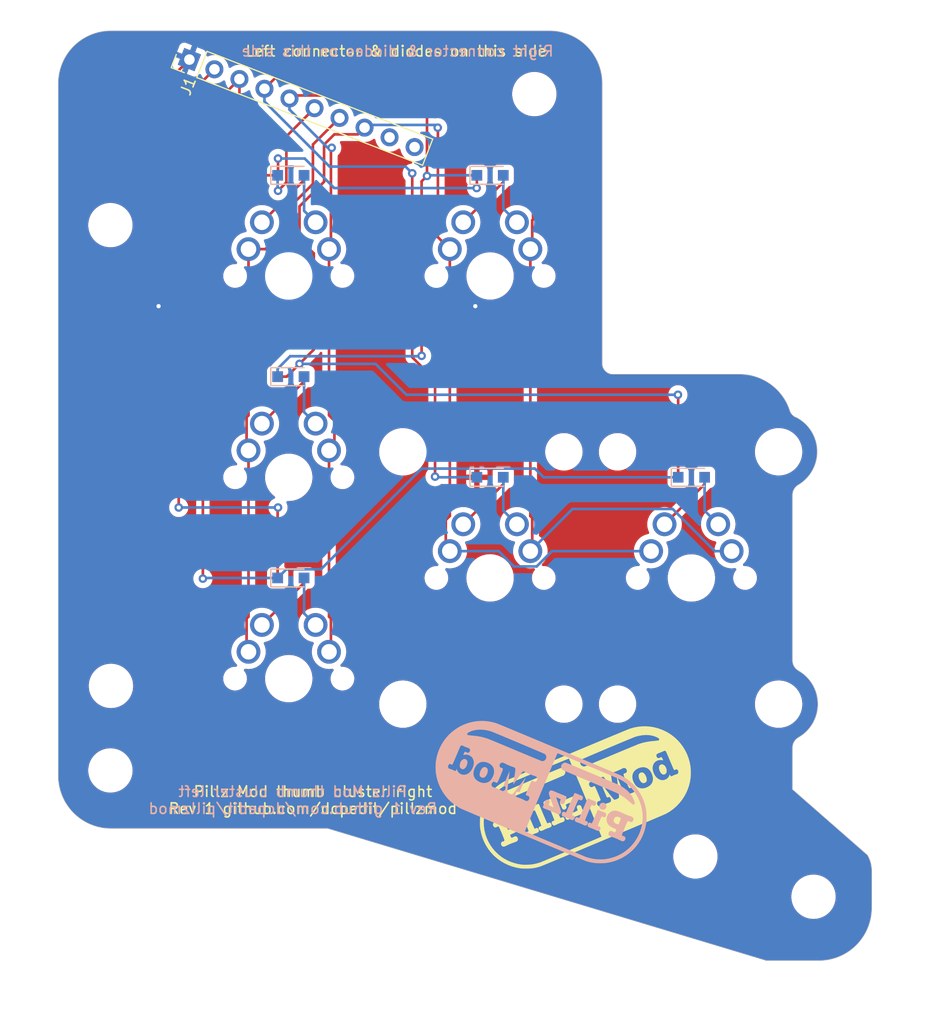
<source format=kicad_pcb>
(kicad_pcb (version 20221018) (generator pcbnew)
  (layers (0 "F.Cu" signal) (31 "B.Cu" signal) (34 "B.Paste" user) (35 "F.Paste" user) (36 "B.SilkS" user "B.Silkscreen") (37 "F.SilkS" user "F.Silkscreen") (38 "B.Mask" user) (39 "F.Mask" user) (44 "Edge.Cuts" user))
  (net 0 "")
  (net 1 "Net-(D1-A)")
  (net 2 "/ROW_5")
  (net 3 "Net-(D2-A)")
  (net 4 "/ROW_4")
  (net 5 "Net-(D3-A)")
  (net 6 "Net-(D4-A)")
  (net 7 "Net-(D5-A)")
  (net 8 "Net-(D6-A)")
  (net 9 "/ROW_2")
  (net 10 "Net-(D7-A)")
  (net 11 "/ROW_9")
  (net 12 "Net-(D8-A)")
  (net 13 "Net-(D9-A)")
  (net 14 "Net-(D10-A)")
  (net 15 "Net-(D11-A)")
  (net 16 "Net-(D12-A)")
  (net 19 "/COL_R5")
  (net 20 "/COL_L5")
  (net 21 "/COL_L6")
  (net 22 "/COL_R6")
  (footprint "Diode_SMD:D_SOD-323_HandSoldering" (layer "F.Cu") (at 225.425 68.2625)
    (fp_text reference "D3" hide)
    (fp_text value "D")
    (pad "1" smd rect (at -1.25 0) (size 1 1) (layers "F.Cu" "F.Paste" "F.Mask") (net 19 "/COL_R5"))
    (pad "2" smd rect (at 1.25 0) (size 1 1) (layers "F.Cu" "F.Paste" "F.Mask") (net 5 "Net-(D3-A)"))
  )
  (footprint "Diode_SMD:D_SOD-323_HandSoldering" (layer "F.Cu") (at 206.375 68.2625)
    (fp_text reference "D2" hide)
    (fp_text value "D")
    (pad "1" smd rect (at -1.25 0) (size 1 1) (layers "F.Cu" "F.Paste" "F.Mask") (net 4 "/ROW_4"))
    (pad "2" smd rect (at 1.25 0) (size 1 1) (layers "F.Cu" "F.Paste" "F.Mask") (net 3 "Net-(D2-A)"))
  )
  (footprint "Diode_SMD:D_SOD-323_HandSoldering" (layer "F.Cu") (at 187.524 39.6875)
    (fp_text reference "D4" hide)
    (fp_text value "D")
    (pad "1" smd rect (at -1.25 0) (size 1 1) (layers "F.Cu" "F.Paste" "F.Mask") (net 2 "/ROW_5"))
    (pad "2" smd rect (at 1.25 0) (size 1 1) (layers "F.Cu" "F.Paste" "F.Mask") (net 6 "Net-(D4-A)"))
  )
  (footprint "Diode_SMD:D_SOD-323_HandSoldering" (layer "F.Cu") (at 187.524 58.7375)
    (fp_text reference "D5" hide)
    (fp_text value "D")
    (pad "1" smd rect (at -1.25 0) (size 1 1) (layers "F.Cu" "F.Paste" "F.Mask") (net 19 "/COL_R5"))
    (pad "2" smd rect (at 1.25 0) (size 1 1) (layers "F.Cu" "F.Paste" "F.Mask") (net 7 "Net-(D5-A)"))
  )
  (footprint "Diode_SMD:D_SOD-323_HandSoldering" (layer "F.Cu") (at 187.524 77.7875)
    (fp_text reference "D6" hide)
    (fp_text value "D")
    (pad "1" smd rect (at -1.25 0) (size 1 1) (layers "F.Cu" "F.Paste" "F.Mask") (net 9 "/ROW_2"))
    (pad "2" smd rect (at 1.25 0) (size 1 1) (layers "F.Cu" "F.Paste" "F.Mask") (net 8 "Net-(D6-A)"))
  )
  (footprint "MX_Alps_Hybrid:MXOnly-1U-NoLED" (layer "F.Cu") (at 206.375 49.2125)
    (fp_text reference "MX85")
    (fp_text value "MX-NoLED")
    (pad "" np_thru_hole circle (at -5.08 0 48.0996) (size 1.75 1.75) (drill 1.75) (layers "*.Cu" "*.Mask"))
    (pad "" np_thru_hole circle (at 0 0) (size 3.9878 3.9878) (drill 3.9878) (layers "*.Cu" "*.Mask"))
    (pad "" np_thru_hole circle (at 5.08 0 48.0996) (size 1.75 1.75) (drill 1.75) (layers "*.Cu" "*.Mask"))
    (pad "1" thru_hole circle (at -3.81 -2.54) (size 2.25 2.25) (drill 1.47) (layers "*.Cu" "B.Mask") (net 19 "/COL_R5"))
    (pad "2" thru_hole circle (at 2.54 -5.08) (size 2.25 2.25) (drill 1.47) (layers "*.Cu" "B.Mask") (net 14 "Net-(D10-A)"))
  )
  (footprint "MX_Alps_Hybrid:MXOnly-1U-NoLED" (layer "F.Cu") (at 187.325 49.2125)
    (fp_text reference "MX96")
    (fp_text value "MX-NoLED")
    (pad "" np_thru_hole circle (at -5.08 0 48.0996) (size 1.75 1.75) (drill 1.75) (layers "*.Cu" "*.Mask"))
    (pad "" np_thru_hole circle (at 0 0) (size 3.9878 3.9878) (drill 3.9878) (layers "*.Cu" "*.Mask"))
    (pad "" np_thru_hole circle (at 5.08 0 48.0996) (size 1.75 1.75) (drill 1.75) (layers "*.Cu" "*.Mask"))
    (pad "1" thru_hole circle (at -3.81 -2.54) (size 2.25 2.25) (drill 1.47) (layers "*.Cu" "B.Mask") (net 22 "/COL_R6"))
    (pad "2" thru_hole circle (at 2.54 -5.08) (size 2.25 2.25) (drill 1.47) (layers "*.Cu" "B.Mask") (net 10 "Net-(D7-A)"))
  )
  (footprint "MX_Alps_Hybrid:MXOnly-1U-NoLED" (layer "F.Cu") (at 187.325 68.2625)
    (fp_text reference "MX86")
    (fp_text value "MX-NoLED")
    (pad "" np_thru_hole circle (at -5.08 0 48.0996) (size 1.75 1.75) (drill 1.75) (layers "*.Cu" "*.Mask"))
    (pad "" np_thru_hole circle (at 0 0) (size 3.9878 3.9878) (drill 3.9878) (layers "*.Cu" "*.Mask"))
    (pad "" np_thru_hole circle (at 5.08 0 48.0996) (size 1.75 1.75) (drill 1.75) (layers "*.Cu" "*.Mask"))
    (pad "1" thru_hole circle (at -3.81 -2.54) (size 2.25 2.25) (drill 1.47) (layers "*.Cu" "B.Mask") (net 22 "/COL_R6"))
    (pad "2" thru_hole circle (at 2.54 -5.08) (size 2.25 2.25) (drill 1.47) (layers "*.Cu" "B.Mask") (net 12 "Net-(D8-A)"))
  )
  (footprint "MX_Alps_Hybrid:MXOnly-1U-NoLED" (layer "F.Cu") (at 187.325 87.3125)
    (fp_text reference "MX66")
    (fp_text value "MX-NoLED")
    (pad "" np_thru_hole circle (at -5.08 0 48.0996) (size 1.75 1.75) (drill 1.75) (layers "*.Cu" "*.Mask"))
    (pad "" np_thru_hole circle (at 0 0) (size 3.9878 3.9878) (drill 3.9878) (layers "*.Cu" "*.Mask"))
    (pad "" np_thru_hole circle (at 5.08 0 48.0996) (size 1.75 1.75) (drill 1.75) (layers "*.Cu" "*.Mask"))
    (pad "1" thru_hole circle (at -3.81 -2.54) (size 2.25 2.25) (drill 1.47) (layers "*.Cu" "B.Mask") (net 22 "/COL_R6"))
    (pad "2" thru_hole circle (at 2.54 -5.08) (size 2.25 2.25) (drill 1.47) (layers "*.Cu" "B.Mask") (net 13 "Net-(D9-A)"))
  )
  (footprint "MX_Only:MXOnly-2U-ReversedVerticalStabilizers-NoLED" (layer "F.Cu") (at 206.375 77.7875)
    (fp_text reference "MX75")
    (fp_text value "MX-NoLED" hide)
    (pad "" np_thru_hole circle (at -8.255 -11.938 90) (size 3.9878 3.9878) (drill 3.9878) (layers "*.Cu" "*.Mask"))
    (pad "" np_thru_hole circle (at -8.255 11.938 90) (size 3.9878 3.9878) (drill 3.9878) (layers "*.Cu" "*.Mask"))
    (pad "" np_thru_hole circle (at -5.08 0 48.0996) (size 1.75 1.75) (drill 1.75) (layers "*.Cu" "*.Mask"))
    (pad "" np_thru_hole circle (at 0 0) (size 3.9878 3.9878) (drill 3.9878) (layers "*.Cu" "*.Mask"))
    (pad "" np_thru_hole circle (at 5.08 0 48.0996) (size 1.75 1.75) (drill 1.75) (layers "*.Cu" "*.Mask"))
    (pad "" np_thru_hole circle (at 6.985 -11.938 180) (size 3.048 3.048) (drill 3.048) (layers "*.Cu" "*.Mask"))
    (pad "" np_thru_hole circle (at 6.985 11.938 90) (size 3.048 3.048) (drill 3.048) (layers "*.Cu" "*.Mask"))
    (pad "1" thru_hole circle (at -3.81 -2.54) (size 2.25 2.25) (drill 1.47) (layers "*.Cu" "B.Mask") (net 19 "/COL_R5"))
    (pad "2" thru_hole circle (at 2.54 -5.08) (size 2.25 2.25) (drill 1.47) (layers "*.Cu" "B.Mask") (net 15 "Net-(D11-A)"))
  )
  (footprint "MX_Only:MXOnly-2U-VerticalStabilizers-NoLED" (layer "F.Cu") (at 225.425 77.7875)
    (fp_text reference "MX65")
    (fp_text value "MX-NoLED" hide)
    (pad "" np_thru_hole circle (at -6.985 -11.938 180) (size 3.048 3.048) (drill 3.048) (layers "*.Cu" "*.Mask"))
    (pad "" np_thru_hole circle (at -6.985 11.938 90) (size 3.048 3.048) (drill 3.048) (layers "*.Cu" "*.Mask"))
    (pad "" np_thru_hole circle (at -5.08 0 48.0996) (size 1.75 1.75) (drill 1.75) (layers "*.Cu" "*.Mask"))
    (pad "" np_thru_hole circle (at 0 0) (size 3.9878 3.9878) (drill 3.9878) (layers "*.Cu" "*.Mask"))
    (pad "" np_thru_hole circle (at 5.08 0 48.0996) (size 1.75 1.75) (drill 1.75) (layers "*.Cu" "*.Mask"))
    (pad "" np_thru_hole circle (at 8.255 -11.938 90) (size 3.9878 3.9878) (drill 3.9878) (layers "*.Cu" "*.Mask"))
    (pad "" np_thru_hole circle (at 8.255 11.938 90) (size 3.9878 3.9878) (drill 3.9878) (layers "*.Cu" "*.Mask"))
    (pad "1" thru_hole circle (at -3.81 -2.54) (size 2.25 2.25) (drill 1.47) (layers "*.Cu" "B.Mask") (net 19 "/COL_R5"))
    (pad "2" thru_hole circle (at 2.54 -5.08) (size 2.25 2.25) (drill 1.47) (layers "*.Cu" "B.Mask") (net 16 "Net-(D12-A)"))
  )
  (footprint "pillz:logo_sm" (layer "F.Cu") (at 215.392 98.552)
    (fp_text reference "G***" hide)
    (fp_text value "LOGO" hide)
  )
  (footprint "Pin_Headers:Pin_Header_Straight_1x10_Pitch2.54mm" (layer "F.Cu") (at 177.922804 28.738462 68.769)
    (fp_text reference "J1" (at -2.38125 0.79375 68.769) (layer "F.SilkS"))
    (fp_text value "Conn_01x10" hide)
    (pad "1" thru_hole rect (at 0 0 68.769) (size 1.7 1.7) (drill 1) (layers "*.Cu" "*.Mask") (net 4 "/ROW_4"))
    (pad "2" thru_hole oval (at 0 2.54 68.769) (size 1.7 1.7) (drill 1) (layers "*.Cu" "*.Mask") (net 9 "/ROW_2"))
    (pad "3" thru_hole oval (at 0 5.08 68.769) (size 1.7 1.7) (drill 1) (layers "*.Cu" "*.Mask") (net 2 "/ROW_5"))
    (pad "4" thru_hole oval (at 0 7.62 68.769) (size 1.7 1.7) (drill 1) (layers "*.Cu" "*.Mask") (net 21 "/COL_L6"))
    (pad "5" thru_hole oval (at 0 10.16 68.769) (size 1.7 1.7) (drill 1) (layers "*.Cu" "*.Mask") (net 20 "/COL_L5"))
    (pad "6" thru_hole oval (at 0 12.7 68.769) (size 1.7 1.7) (drill 1) (layers "*.Cu" "*.Mask") (net 11 "/ROW_9"))
    (pad "7" thru_hole oval (at 0 15.24 68.769) (size 1.7 1.7) (drill 1) (layers "*.Cu" "*.Mask") (net 22 "/COL_R6"))
    (pad "8" thru_hole oval (at 0 17.78 68.769) (size 1.7 1.7) (drill 1) (layers "*.Cu" "*.Mask") (net 19 "/COL_R5"))
    (pad "9" thru_hole oval (at 0 20.32 68.769) (size 1.7 1.7) (drill 1) (layers "*.Cu" "*.Mask"))
    (pad "10" thru_hole oval (at 0 22.86 68.769) (size 1.7 1.7) (drill 1) (layers "*.Cu" "*.Mask"))
  )
  (footprint "Diode_SMD:D_SOD-323_HandSoldering" (layer "F.Cu") (at 206.375 39.6875)
    (fp_text reference "D1" hide)
    (fp_text value "D")
    (pad "1" smd rect (at -1.25 0) (size 1 1) (layers "F.Cu" "F.Paste" "F.Mask") (net 2 "/ROW_5"))
    (pad "2" smd rect (at 1.25 0) (size 1 1) (layers "F.Cu" "F.Paste" "F.Mask") (net 1 "Net-(D1-A)"))
  )
  (footprint "MountingHole:MountingHole_3.7mm" (layer "B.Cu") (at 170.45 96 180)
    (fp_text reference "REF5" hide)
    (fp_text value "MountingHole_3.7mm" hide)
    (pad "" np_thru_hole circle (at 0 0 180) (size 3.7 3.7) (drill 3.7) (layers "*.Cu" "*.Mask"))
  )
  (footprint "MountingHole:MountingHole_3.7mm" (layer "B.Cu") (at 170.45 44.4 180)
    (fp_text reference "REF1" hide)
    (fp_text value "MountingHole_3.7mm" hide)
    (pad "" np_thru_hole circle (at 0 0 180) (size 3.7 3.7) (drill 3.7) (layers "*.Cu" "*.Mask"))
  )
  (footprint "MountingHole:MountingHole_3.7mm" (layer "B.Cu") (at 225.806 104.14 180)
    (fp_text reference "REF3" hide)
    (fp_text value "MountingHole_3.7mm" hide)
    (pad "" np_thru_hole circle (at 0 0 180) (size 3.7 3.7) (drill 3.7) (layers "*.Cu" "*.Mask"))
  )
  (footprint "MountingHole:MountingHole_3.7mm" (layer "B.Cu") (at 170.5 88 180)
    (fp_text reference "REF6" hide)
    (fp_text value "MountingHole_3.7mm" hide)
    (pad "" np_thru_hole circle (at 0 0 180) (size 3.7 3.7) (drill 3.7) (layers "*.Cu" "*.Mask"))
  )
  (footprint "MountingHole:MountingHole_3.7mm" (layer "B.Cu") (at 210.566 32.004 180)
    (fp_text reference "REF2" hide)
    (fp_text value "MountingHole_3.7mm")
    (pad "" np_thru_hole circle (at 0 0 180) (size 3.7 3.7) (drill 3.7) (layers "*.Cu" "*.Mask"))
  )
  (footprint "MountingHole:MountingHole_3.7mm" (layer "B.Cu") (at 236.982 107.95 180)
    (fp_text reference "REF4" hide)
    (fp_text value "MountingHole_3.7mm" hide)
    (pad "" np_thru_hole circle (at 0 0 180) (size 3.7 3.7) (drill 3.7) (layers "*.Cu" "*.Mask"))
  )
  (footprint "Diode_SMD:D_SOD-323_HandSoldering" (layer "B.Cu") (at 225.425 68.2625)
    (fp_text reference "D12" hide)
    (fp_text value "D")
    (pad "1" smd rect (at -1.25 0) (size 1 1) (layers "B.Cu" "B.Paste" "B.Mask") (net 2 "/ROW_5"))
    (pad "2" smd rect (at 1.25 0) (size 1 1) (layers "B.Cu" "B.Paste" "B.Mask") (net 16 "Net-(D12-A)"))
  )
  (footprint "Diode_SMD:D_SOD-323_HandSoldering" (layer "B.Cu") (at 206.375 68.2625)
    (fp_text reference "D11" hide)
    (fp_text value "D")
    (pad "1" smd rect (at -1.25 0) (size 1 1) (layers "B.Cu" "B.Paste" "B.Mask") (net 21 "/COL_L6"))
    (pad "2" smd rect (at 1.25 0) (size 1 1) (layers "B.Cu" "B.Paste" "B.Mask") (net 15 "Net-(D11-A)"))
  )
  (footprint "Diode_SMD:D_SOD-323_HandSoldering" (layer "B.Cu") (at 206.375 39.6875)
    (fp_text reference "D10" hide)
    (fp_text value "D" hide)
    (pad "1" smd rect (at -1.25 0) (size 1 1) (layers "B.Cu" "B.Paste" "B.Mask") (net 20 "/COL_L5"))
    (pad "2" smd rect (at 1.25 0) (size 1 1) (layers "B.Cu" "B.Paste" "B.Mask") (net 14 "Net-(D10-A)"))
  )
  (footprint "Diode_SMD:D_SOD-323_HandSoldering" (layer "B.Cu") (at 187.524 39.6875)
    (fp_text reference "D7" hide)
    (fp_text value "D" hide)
    (pad "1" smd rect (at -1.25 0) (size 1 1) (layers "B.Cu" "B.Paste" "B.Mask") (net 11 "/ROW_9"))
    (pad "2" smd rect (at 1.25 0) (size 1 1) (layers "B.Cu" "B.Paste" "B.Mask") (net 10 "Net-(D7-A)"))
  )
  (footprint "Diode_SMD:D_SOD-323_HandSoldering" (layer "B.Cu") (at 187.524 58.7375)
    (fp_text reference "D8" hide)
    (fp_text value "D")
    (pad "1" smd rect (at -1.25 0) (size 1 1) (layers "B.Cu" "B.Paste" "B.Mask") (net 20 "/COL_L5"))
    (pad "2" smd rect (at 1.25 0) (size 1 1) (layers "B.Cu" "B.Paste" "B.Mask") (net 12 "Net-(D8-A)"))
  )
  (footprint "Diode_SMD:D_SOD-323_HandSoldering" (layer "B.Cu") (at 187.524 77.7875)
    (fp_text reference "D9" hide)
    (fp_text value "D")
    (pad "1" smd rect (at -1.25 0) (size 1 1) (layers "B.Cu" "B.Paste" "B.Mask") (net 2 "/ROW_5"))
    (pad "2" smd rect (at 1.25 0) (size 1 1) (layers "B.Cu" "B.Paste" "B.Mask") (net 13 "Net-(D9-A)"))
  )
  (footprint "pillz:MXOnly-1U-NoLED-twin" (layer "B.Cu") (at 187.325 68.2625 180)
    (fp_text reference "MX35")
    (fp_text value "MX-NoLED")
    (pad "1" thru_hole circle (at -3.81 2.54 180) (size 2.25 2.25) (drill 1.47) (layers "*.Cu" "F.Mask") (net 20 "/COL_L5"))
    (pad "2" thru_hole circle (at 2.54 5.08 180) (size 2.25 2.25) (drill 1.47) (layers "*.Cu" "F.Mask") (net 7 "Net-(D5-A)"))
  )
  (footprint "pillz:MXOnly-2U-VerticalStabilizers-NoLED-twin" (layer "B.Cu") (at 225.425 77.7875 180)
    (fp_text reference "MX36")
    (fp_text value "MX-NoLED" hide)
    (pad "1" thru_hole circle (at -3.81 2.54 180) (size 2.25 2.25) (drill 1.47) (layers "*.Cu" "F.Mask") (net 21 "/COL_L6"))
    (pad "2" thru_hole circle (at 2.54 5.08 180) (size 2.25 2.25) (drill 1.47) (layers "*.Cu" "F.Mask") (net 5 "Net-(D3-A)"))
  )
  (footprint "pillz:MXOnly-2U-VerticalStabilizers-NoLED-twin" (layer "B.Cu") (at 206.375 77.7875 180)
    (fp_text reference "MX46")
    (fp_text value "MX-NoLED" hide)
    (pad "1" thru_hole circle (at -3.81 2.54 180) (size 2.25 2.25) (drill 1.47) (layers "*.Cu" "F.Mask") (net 21 "/COL_L6"))
    (pad "2" thru_hole circle (at 2.54 5.08 180) (size 2.25 2.25) (drill 1.47) (layers "*.Cu" "F.Mask") (net 3 "Net-(D2-A)"))
  )
  (footprint "pillz:MXOnly-1U-NoLED-twin" (layer "B.Cu") (at 206.375 49.2125 180)
    (fp_text reference "MX56")
    (fp_text value "MX-NoLED")
    (pad "1" thru_hole circle (at -3.81 2.54 180) (size 2.25 2.25) (drill 1.47) (layers "*.Cu" "F.Mask") (net 21 "/COL_L6"))
    (pad "2" thru_hole circle (at 2.54 5.08 180) (size 2.25 2.25) (drill 1.47) (layers "*.Cu" "F.Mask") (net 1 "Net-(D1-A)"))
  )
  (footprint "pillz:MXOnly-1U-NoLED-twin" (layer "B.Cu") (at 187.325 49.2125 180)
    (fp_text reference "MX55")
    (fp_text value "MX-NoLED")
    (pad "1" thru_hole circle (at -3.81 2.54 180) (size 2.25 2.25) (drill 1.47) (layers "*.Cu" "F.Mask") (net 20 "/COL_L5"))
    (pad "2" thru_hole circle (at 2.54 5.08 180) (size 2.25 2.25) (drill 1.47) (layers "*.Cu" "F.Mask") (net 6 "Net-(D4-A)"))
  )
  (footprint "pillz:logo_sm" (layer "B.Cu") (at 211.201 98.044 180)
    (fp_text reference "G***" hide)
    (fp_text value "LOGO" hide)
  )
  (footprint "pillz:MXOnly-1U-NoLED-twin" (layer "B.Cu") (at 187.325 87.3125 180)
    (fp_text reference "MX25")
    (fp_text value "MX-NoLED")
    (pad "1" thru_hole circle (at -3.81 2.54 180) (size 2.25 2.25) (drill 1.47) (layers "*.Cu" "F.Mask") (net 20 "/COL_L5"))
    (pad "2" thru_hole circle (at 2.54 5.08 180) (size 2.25 2.25) (drill 1.47) (layers "*.Cu" "F.Mask") (net 8 "Net-(D6-A)"))
  )
  (gr_line (start 191 101.5) (end 232.5 114) (stroke (width 0.05)) (layer "Edge.Cuts"))
  (gr_line (start 235 97.79) (end 242.102333 104.007398) (stroke (width 0.05)) (layer "Edge.Cuts"))
  (gr_line (start 170.5 26) (end 212 26) (stroke (width 0.05)) (layer "Edge.Cuts"))
  (gr_line (start 165.5 31) (end 165.5 96.5) (stroke (width 0.05)) (layer "Edge.Cuts"))
  (gr_arc (start 218 58.5) (mid 217.292893 58.207107) (end 217 57.5) (stroke (width 0.05)) (layer "Edge.Cuts"))
  (gr_line (start 217 31) (end 217 57.5) (stroke (width 0.05)) (layer "Edge.Cuts"))
  (gr_line (start 218 58.5) (end 230 58.5) (stroke (width 0.05)) (layer "Edge.Cuts"))
  (gr_line (start 235 69.970668) (end 235 85.553532) (stroke (width 0.05)) (layer "Edge.Cuts"))
  (gr_arc (start 230 58.5) (mid 232.946659 59.464335) (end 234.757047 61.981325) (stroke (width 0.05)) (layer "Edge.Cuts"))
  (gr_arc (start 165.5 31) (mid 166.964466 27.464466) (end 170.5 26) (stroke (width 0.05)) (layer "Edge.Cuts"))
  (gr_arc (start 170.5 101.5) (mid 166.964466 100.035534) (end 165.5 96.5) (stroke (width 0.05)) (layer "Edge.Cuts"))
  (gr_arc (start 242.5 109) (mid 241.035534 112.535534) (end 237.5 114) (stroke (width 0.05)) (layer "Edge.Cuts"))
  (gr_arc (start 235.4072 62.611) (mid 235.007822 62.372881) (end 234.757047 61.981325) (stroke (width 0.05)) (layer "Edge.Cuts"))
  (gr_arc (start 242.102333 104.007398) (mid 242.398879 104.727666) (end 242.5 105.5) (stroke (width 0.05)) (layer "Edge.Cuts"))
  (gr_arc (start 235.585 86.5632) (mid 235.150112 86.140865) (end 235 85.553532) (stroke (width 0.05)) (layer "Edge.Cuts"))
  (gr_arc (start 235 69.970668) (mid 235.150112 69.383335) (end 235.585 68.961) (stroke (width 0.05)) (layer "Edge.Cuts"))
  (gr_line (start 237.5 114) (end 232.5 114) (stroke (width 0.05)) (layer "Edge.Cuts"))
  (gr_arc (start 235.407243 62.610923) (mid 237.337754 65.734409) (end 235.585 68.961) (stroke (width 0.05)) (layer "Edge.Cuts"))
  (gr_line (start 242.5 109) (end 242.5 105.5) (stroke (width 0.05)) (layer "Edge.Cuts"))
  (gr_line (start 170.5 101.5) (end 191 101.5) (stroke (width 0.05)) (layer "Edge.Cuts"))
  (gr_line (start 235.0008 93.8784) (end 235 97.79) (stroke (width 0.05)) (layer "Edge.Cuts"))
  (gr_arc (start 235.0008 93.8784) (mid 235.150912 93.291067) (end 235.5858 92.868732) (stroke (width 0.05)) (layer "Edge.Cuts"))
  (gr_arc (start 235.58 86.5632) (mid 237.398668 89.714295) (end 235.5858 92.868731) (stroke (width 0.05)) (layer "Edge.Cuts"))
  (gr_arc (start 212 26) (mid 215.535534 27.464466) (end 217 31) (stroke (width 0.05)) (layer "Edge.Cuts"))
  (gr_text "Pillz Mod thumb cluster left\nRev 1 github.com/dcpedit/pillzmod" (at 187.706 98.806) (layer "B.SilkS") (effects (font (size 1 1)) (justify mirror)))
  (gr_text "Right connector & diodes on this side" (at 197.612 27.94) (layer "B.SilkS") (effects (font (size 1 1)) (justify mirror)))
  (gr_text "Pillz Mod thumb cluster right\nRev 1 github.com/dcpedit/pillzmod" (at 189.611 98.806) (layer "F.SilkS") (effects (font (size 1 1))))
  (gr_text "Left connector & diodes on this side" (at 197.485 27.94) (layer "F.SilkS") (effects (font (size 1 1))))
  (segment (start 207.625 39.6875) (end 207.625 40.3425) (width 0.25) (layer "F.Cu") (net 1))
  (segment (start 207.625 40.3425) (end 203.835 44.1325) (width 0.25) (layer "F.Cu") (net 1))
  (segment (start 182.658014 37.687514) (end 184.658 39.6875) (width 0.25) (layer "F.Cu") (net 2))
  (segment (start 184.658 39.6875) (end 186.274 39.6875) (width 0.25) (layer "F.Cu") (net 2))
  (segment (start 182.658014 30.578077) (end 182.658014 37.687514) (width 0.25) (layer "F.Cu") (net 2))
  (segment (start 186.309 39.6525) (end 186.274 39.6875) (width 0.25) (layer "F.Cu") (net 2))
  (segment (start 205.125 40.874) (end 205.105 40.894) (width 0.25) (layer "F.Cu") (net 2))
  (segment (start 179.197 77.851) (end 179.197 34.039091) (width 0.25) (layer "F.Cu") (net 2))
  (segment (start 205.125 39.6875) (end 205.125 40.874) (width 0.25) (layer "F.Cu") (net 2))
  (segment (start 186.309 38.1) (end 186.309 39.6525) (width 0.25) (layer "F.Cu") (net 2))
  (segment (start 179.197 34.039091) (end 182.658014 30.578077) (width 0.25) (layer "F.Cu") (net 2))
  (via (at 186.309 38.1) (size 0.8) (drill 0.4) (layers "F.Cu" "B.Cu") (net 2))
  (via (at 205.105 40.894) (size 0.8) (drill 0.4) (layers "F.Cu" "B.Cu") (net 2))
  (via (at 179.197 77.851) (size 0.8) (drill 0.4) (layers "F.Cu" "B.Cu") (net 2))
  (segment (start 191.6305 40.894) (end 188.8365 38.1) (width 0.25) (layer "B.Cu") (net 2))
  (segment (start 190.3725 76.9625) (end 187.099 76.9625) (width 0.25) (layer "B.Cu") (net 2))
  (segment (start 186.274 77.7875) (end 179.2605 77.7875) (width 0.25) (layer "B.Cu") (net 2))
  (segment (start 187.099 76.9625) (end 186.274 77.7875) (width 0.25) (layer "B.Cu") (net 2))
  (segment (start 205.105 40.894) (end 191.6305 40.894) (width 0.25) (layer "B.Cu") (net 2))
  (segment (start 210.618604 67.4375) (end 199.8975 67.4375) (width 0.25) (layer "B.Cu") (net 2))
  (segment (start 211.443604 68.2625) (end 210.618604 67.4375) (width 0.25) (layer "B.Cu") (net 2))
  (segment (start 224.175 68.2625) (end 211.443604 68.2625) (width 0.25) (layer "B.Cu") (net 2))
  (segment (start 199.8975 67.4375) (end 190.3725 76.9625) (width 0.25) (layer "B.Cu") (net 2))
  (segment (start 179.2605 77.7875) (end 179.197 77.851) (width 0.25) (layer "B.Cu") (net 2))
  (segment (start 188.8365 38.1) (end 186.309 38.1) (width 0.25) (layer "B.Cu") (net 2))
  (segment (start 207.625 68.2625) (end 207.625 68.9175) (width 0.25) (layer "F.Cu") (net 3))
  (segment (start 207.625 68.9175) (end 203.835 72.7075) (width 0.25) (layer "F.Cu") (net 3))
  (segment (start 177.922804 28.738462) (end 175.006 31.655266) (width 0.25) (layer "F.Cu") (net 4))
  (segment (start 175.006 31.655266) (end 175.006 52.07) (width 0.25) (layer "F.Cu") (net 4))
  (segment (start 205.125 52.217) (end 204.978 52.07) (width 0.25) (layer "F.Cu") (net 4))
  (segment (start 205.125 68.2625) (end 205.125 52.217) (width 0.25) (layer "F.Cu") (net 4))
  (via (at 204.978 52.07) (size 0.8) (drill 0.4) (layers "F.Cu" "B.Cu") (net 4))
  (via (at 175.006 52.07) (size 0.8) (drill 0.4) (layers "F.Cu" "B.Cu") (net 4))
  (segment (start 183.334733 52.07) (end 175.006 52.07) (width 0.25) (layer "B.Cu") (net 4))
  (segment (start 204.978 52.07) (end 183.334733 52.07) (width 0.25) (layer "B.Cu") (net 4))
  (segment (start 226.675 68.2625) (end 226.675 68.9175) (width 0.25) (layer "F.Cu") (net 5))
  (segment (start 226.675 68.9175) (end 222.885 72.7075) (width 0.25) (layer "F.Cu") (net 5))
  (segment (start 188.774 39.6875) (end 188.774 40.1435) (width 0.25) (layer "F.Cu") (net 6))
  (segment (start 188.774 40.1435) (end 184.785 44.1325) (width 0.25) (layer "F.Cu") (net 6))
  (segment (start 188.774 59.1935) (end 184.785 63.1825) (width 0.25) (layer "F.Cu") (net 7))
  (segment (start 188.774 58.7375) (end 188.774 59.1935) (width 0.25) (layer "F.Cu") (net 7))
  (segment (start 188.774 77.7875) (end 188.774 78.2435) (width 0.25) (layer "F.Cu") (net 8))
  (segment (start 188.774 78.2435) (end 184.785 82.2325) (width 0.25) (layer "F.Cu") (net 8))
  (segment (start 186.274 77.7875) (end 186.274 71.155) (width 0.25) (layer "F.Cu") (net 9))
  (segment (start 186.274 71.155) (end 186.309 71.12) (width 0.25) (layer "F.Cu") (net 9))
  (segment (start 180.290409 29.65827) (end 176.911 33.037679) (width 0.25) (layer "F.Cu") (net 9))
  (segment (start 176.911 33.037679) (end 176.911 71.12) (width 0.25) (layer "F.Cu") (net 9))
  (via (at 186.309 71.12) (size 0.8) (drill 0.4) (layers "F.Cu" "B.Cu") (net 9))
  (via (at 176.911 71.12) (size 0.8) (drill 0.4) (layers "F.Cu" "B.Cu") (net 9))
  (segment (start 186.309 71.12) (end 176.911 71.12) (width 0.25) (layer "B.Cu") (net 9))
  (segment (start 188.774 39.6875) (end 188.774 43.0415) (width 0.25) (layer "B.Cu") (net 10))
  (segment (start 188.774 43.0415) (end 189.865 44.1325) (width 0.25) (layer "B.Cu") (net 10))
  (segment (start 186.309 41.148) (end 187.099 40.358) (width 0.25) (layer "F.Cu") (net 11))
  (segment (start 189.76083 33.3375) (end 187.099 35.99933) (width 0.25) (layer "F.Cu") (net 11))
  (segment (start 187.099 35.99933) (end 187.099 40.358) (width 0.25) (layer "F.Cu") (net 11))
  (via (at 186.309 41.148) (size 0.8) (drill 0.4) (layers "F.Cu" "B.Cu") (net 11))
  (segment (start 186.274 41.113) (end 186.309 41.148) (width 0.25) (layer "B.Cu") (net 11))
  (segment (start 186.274 39.6875) (end 186.274 41.113) (width 0.25) (layer "B.Cu") (net 11))
  (segment (start 188.774 58.7375) (end 188.774 62.0915) (width 0.25) (layer "B.Cu") (net 12))
  (segment (start 188.774 62.0915) (end 189.865 63.1825) (width 0.25) (layer "B.Cu") (net 12))
  (segment (start 188.774 77.7875) (end 188.774 81.1415) (width 0.25) (layer "B.Cu") (net 13))
  (segment (start 188.774 81.1415) (end 189.865 82.2325) (width 0.25) (layer "B.Cu") (net 13))
  (segment (start 207.625 39.6875) (end 207.625 42.8425) (width 0.25) (layer "B.Cu") (net 14))
  (segment (start 207.625 42.8425) (end 208.915 44.1325) (width 0.25) (layer "B.Cu") (net 14))
  (segment (start 207.625 71.4175) (end 208.915 72.7075) (width 0.25) (layer "B.Cu") (net 15))
  (segment (start 207.625 68.2625) (end 207.625 71.4175) (width 0.25) (layer "B.Cu") (net 15))
  (segment (start 226.675 68.2625) (end 226.675 71.4175) (width 0.25) (layer "B.Cu") (net 16))
  (segment (start 226.675 71.4175) (end 227.965 72.7075) (width 0.25) (layer "B.Cu") (net 16))
  (segment (start 202.565 46.6725) (end 202.565 71.92689) (width 0.25) (layer "F.Cu") (net 19))
  (segment (start 224.175 60.472) (end 224.155 60.452) (width 0.25) (layer "F.Cu") (net 19))
  (segment (start 202.565 71.92689) (end 202.184 72.30789) (width 0.25) (layer "F.Cu") (net 19))
  (segment (start 194.49604 35.177115) (end 193.859155 35.814) (width 0.25) (layer "F.Cu") (net 19))
  (segment (start 190.664 36.783695) (end 190.664 40.30411) (width 0.25) (layer "F.Cu") (net 19))
  (segment (start 202.184 74.8665) (end 202.565 75.2475) (width 0.25) (layer "F.Cu") (net 19))
  (segment (start 186.274 58.7375) (end 187.1345 58.7375) (width 0.25) (layer "F.Cu") (net 19))
  (segment (start 189.6939 56.1781) (end 188.341 57.531) (width 0.25) (layer "F.Cu") (net 19))
  (segment (start 187.1345 58.7375) (end 188.341 57.531) (width 0.25) (layer "F.Cu") (net 19))
  (segment (start 190.664 40.30411) (end 188.341 42.62711) (width 0.25) (layer "F.Cu") (net 19))
  (segment (start 189.6939 47.0729) (end 189.6939 56.1781) (width 0.25) (layer "F.Cu") (net 19))
  (segment (start 201.44 45.5475) (end 201.44 36.965695) (width 0.25) (layer "F.Cu") (net 19))
  (segment (start 188.341 45.72) (end 189.6939 47.0729) (width 0.25) (layer "F.Cu") (net 19))
  (segment (start 193.859155 35.814) (end 191.633695 35.814) (width 0.25) (layer "F.Cu") (net 19))
  (segment (start 224.175 68.2625) (end 224.175 60.472) (width 0.25) (layer "F.Cu") (net 19))
  (segment (start 191.633695 35.814) (end 190.664 36.783695) (width 0.25) (layer "F.Cu") (net 19))
  (segment (start 202.565 46.6725) (end 201.44 45.5475) (width 0.25) (layer "F.Cu") (net 19))
  (segment (start 201.44 35.197) (end 201.422 35.179) (width 0.25) (layer "F.Cu") (net 19))
  (segment (start 202.184 72.30789) (end 202.184 74.8665) (width 0.25) (layer "F.Cu") (net 19))
  (segment (start 201.44 36.965695) (end 201.44 35.197) (width 0.25) (layer "F.Cu") (net 19))
  (segment (start 188.341 42.62711) (end 188.341 45.72) (width 0.25) (layer "F.Cu") (net 19))
  (via (at 188.341 57.531) (size 0.8) (drill 0.4) (layers "F.Cu" "B.Cu") (net 19))
  (via (at 224.155 60.452) (size 0.8) (drill 0.4) (layers "F.Cu" "B.Cu") (net 19))
  (via (at 201.422 35.179) (size 0.8) (drill 0.4) (layers "F.Cu" "B.Cu") (net 19))
  (segment (start 208.635131 76.6975) (end 207.185131 75.2475) (width 0.25) (layer "B.Cu") (net 19))
  (segment (start 207.185131 75.2475) (end 202.565 75.2475) (width 0.25) (layer "B.Cu") (net 19))
  (segment (start 198.45611 60.452) (end 196.065555 58.061445) (width 0.25) (layer "B.Cu") (net 19))
  (segment (start 221.615 75.2475) (end 212.23561 75.2475) (width 0.25) (layer "B.Cu") (net 19))
  (segment (start 201.164922 34.921922) (end 194.751233 34.921922) (width 0.25) (layer "B.Cu") (net 19))
  (segment (start 212.23561 75.2475) (end 210.78561 76.6975) (width 0.25) (layer "B.Cu") (net 19))
  (segment (start 224.155 60.452) (end 198.45611 60.452) (width 0.25) (layer "B.Cu") (net 19))
  (segment (start 201.422 35.179) (end 201.164922 34.921922) (width 0.25) (layer "B.Cu") (net 19))
  (segment (start 210.78561 76.6975) (end 208.635131 76.6975) (width 0.25) (layer "B.Cu") (net 19))
  (segment (start 188.341 57.531) (end 195.53511 57.531) (width 0.25) (layer "B.Cu") (net 19))
  (segment (start 194.751233 34.921922) (end 194.49604 35.177115) (width 0.25) (layer "B.Cu") (net 19))
  (segment (start 195.53511 57.531) (end 196.065555 58.061445) (width 0.25) (layer "B.Cu") (net 19))
  (segment (start 191.315 43.815) (end 191.315 37.264) (width 0.25) (layer "F.Cu") (net 20))
  (segment (start 191.135 46.6725) (end 191.315 46.4925) (width 0.25) (layer "F.Cu") (net 20))
  (segment (start 200.406 34.036) (end 200.406 39.751) (width 0.25) (layer "F.Cu") (net 20))
  (segment (start 191.135 81.45189) (end 191.315 81.63189) (width 0.25) (layer "F.Cu") (net 20))
  (segment (start 198.501 32.131) (end 200.406 34.036) (width 0.25) (layer "F.Cu") (net 20))
  (segment (start 191.315 84.5925) (end 191.135 84.7725) (width 0.25) (layer "F.Cu") (net 20))
  (segment (start 191.315 81.63189) (end 191.315 84.5925) (width 0.25) (layer "F.Cu") (net 20))
  (segment (start 191.643 62.90989) (end 191.643 65.2145) (width 0.25) (layer "F.Cu") (net 20))
  (segment (start 191.643 65.2145) (end 191.135 65.7225) (width 0.25) (layer "F.Cu") (net 20))
  (segment (start 199.898 40.259) (end 200.406 39.751) (width 0.25) (layer "F.Cu") (net 20))
  (segment (start 191.135 62.40189) (end 191.643 62.90989) (width 0.25) (layer "F.Cu") (net 20))
  (segment (start 191.135 65.7225) (end 191.135 81.45189) (width 0.25) (layer "F.Cu") (net 20))
  (segment (start 187.679917 32.131) (end 198.501 32.131) (width 0.25) (layer "F.Cu") (net 20))
  (segment (start 199.898 56.769) (end 199.898 40.259) (width 0.25) (layer "F.Cu") (net 20))
  (segment (start 191.135 46.6725) (end 191.135 62.40189) (width 0.25) (layer "F.Cu") (net 20))
  (segment (start 191.315 37.158) (end 191.389 37.084) (width 0.25) (layer "F.Cu") (net 20))
  (segment (start 187.393225 32.417692) (end 187.679917 32.131) (width 0.25) (layer "F.Cu") (net 20))
  (segment (start 191.315 37.264) (end 191.315 37.158) (width 0.25) (layer "F.Cu") (net 20))
  (segment (start 191.315 46.4925) (end 191.315 43.815) (width 0.25) (layer "F.Cu") (net 20))
  (via (at 199.898 56.769) (size 0.8) (drill 0.4) (layers "F.Cu" "B.Cu") (net 20))
  (via (at 200.406 39.751) (size 0.8) (drill 0.4) (layers "F.Cu" "B.Cu") (net 20))
  (via (at 191.389 37.084) (size 0.8) (drill 0.4) (layers "F.Cu" "B.Cu") (net 20))
  (segment (start 205.125 39.6875) (end 200.4695 39.6875) (width 0.25) (layer "B.Cu") (net 20))
  (segment (start 186.274 57.9875) (end 187.4555 56.806) (width 0.25) (layer "B.Cu") (net 20))
  (segment (start 199.861 56.806) (end 199.898 56.769) (width 0.25) (layer "B.Cu") (net 20))
  (segment (start 191.008 37.084) (end 191.389 37.084) (width 0.25) (layer "B.Cu") (net 20))
  (segment (start 187.4555 56.806) (end 188.341 56.806) (width 0.25) (layer "B.Cu") (net 20))
  (segment (start 200.4695 39.6875) (end 200.406 39.751) (width 0.25) (layer "B.Cu") (net 20))
  (segment (start 187.393225 32.417692) (end 187.393225 33.469225) (width 0.25) (layer "B.Cu") (net 20))
  (segment (start 188.341 56.806) (end 199.861 56.806) (width 0.25) (layer "B.Cu") (net 20))
  (segment (start 187.393225 33.469225) (end 191.008 37.084) (width 0.25) (layer "B.Cu") (net 20))
  (segment (start 186.274 58.7375) (end 186.274 57.9875) (width 0.25) (layer "B.Cu") (net 20))
  (segment (start 185.025619 31.497885) (end 186.170504 30.353) (width 0.25) (layer "F.Cu") (net 21))
  (segment (start 186.170504 30.353) (end 202.819 30.353) (width 0.25) (layer "F.Cu") (net 21))
  (segment (start 210.185 46.6725) (end 210.185 71.92689) (width 0.25) (layer "F.Cu") (net 21))
  (segment (start 202.819 30.353) (end 210.439 37.973) (width 0.25) (layer "F.Cu") (net 21))
  (segment (start 210.185 46.6725) (end 210.365 46.4925) (width 0.25) (layer "F.Cu") (net 21))
  (segment (start 210.365 46.4925) (end 210.365 43.942) (width 0.25) (layer "F.Cu") (net 21))
  (segment (start 210.365 43.942) (end 210.439 43.868) (width 0.25) (layer "F.Cu") (net 21))
  (segment (start 201.168 59.064305) (end 199.009 56.905305) (width 0.25) (layer "F.Cu") (net 21))
  (segment (start 210.439 43.868) (end 210.439 37.973) (width 0.25) (layer "F.Cu") (net 21))
  (segment (start 210.185 71.92689) (end 210.365 72.10689) (width 0.25) (layer "F.Cu") (net 21))
  (segment (start 199.009 56.905305) (end 199.009 39.497) (width 0.25) (layer "F.Cu") (net 21))
  (segment (start 210.365 72.10689) (end 210.365 75.0675) (width 0.25) (layer "F.Cu") (net 21))
  (segment (start 210.365 75.0675) (end 210.185 75.2475) (width 0.25) (layer "F.Cu") (net 21))
  (segment (start 201.168 68.199) (end 201.168 59.064305) (width 0.25) (layer "F.Cu") (net 21))
  (via (at 201.168 68.199) (size 0.8) (drill 0.4) (layers "F.Cu" "B.Cu") (net 21))
  (via (at 199.009 39.497) (size 0.8) (drill 0.4) (layers "F.Cu" "B.Cu") (net 21))
  (segment (start 205.125 68.2625) (end 201.2315 68.2625) (width 0.25) (layer "B.Cu") (net 21))
  (segment (start 227.64401 75.2475) (end 223.65401 71.2575) (width 0.25) (layer "B.Cu") (net 21))
  (segment (start 214.175 71.2575) (end 210.185 75.2475) (width 0.25) (layer "B.Cu") (net 21))
  (segment (start 229.235 75.2475) (end 227.64401 75.2475) (width 0.25) (layer "B.Cu") (net 21))
  (segment (start 191.188153 38.8625) (end 185.025619 32.699966) (width 0.25) (layer "B.Cu") (net 21))
  (segment (start 201.2315 68.2625) (end 201.168 68.199) (width 0.25) (layer "B.Cu") (net 21))
  (segment (start 198.3745 38.8625) (end 191.188153 38.8625) (width 0.25) (layer "B.Cu") (net 21))
  (segment (start 185.025619 32.699966) (end 185.025619 31.497885) (width 0.25) (layer "B.Cu") (net 21))
  (segment (start 199.009 39.497) (end 198.3745 38.8625) (width 0.25) (layer "B.Cu") (net 21))
  (segment (start 223.65401 71.2575) (end 214.175 71.2575) (width 0.25) (layer "B.Cu") (net 21))
  (segment (start 187.891 43.88749) (end 187.891 42.2205) (width 0.25) (layer "F.Cu") (net 22))
  (segment (start 189.611 36.774742) (end 192.128435 34.257307) (width 0.25) (layer "F.Cu") (net 22))
  (segment (start 183.335 84.5925) (end 183.515 84.7725) (width 0.25) (layer "F.Cu") (net 22))
  (segment (start 189.611 40.5005) (end 189.611 36.774742) (width 0.25) (layer "F.Cu") (net 22))
  (segment (start 183.335 81.63189) (end 183.335 84.5925) (width 0.25) (layer "F.Cu") (net 22))
  (segment (start 183.515 81.45189) (end 183.335 81.63189) (width 0.25) (layer "F.Cu") (net 22))
  (segment (start 183.515 62.40189) (end 183.335 62.58189) (width 0.25) (layer "F.Cu") (net 22))
  (segment (start 183.515 46.6725) (end 185.10599 46.6725) (width 0.25) (layer "F.Cu") (net 22))
  (segment (start 183.515 65.7225) (end 183.515 81.45189) (width 0.25) (layer "F.Cu") (net 22))
  (segment (start 183.515 46.6725) (end 183.515 62.40189) (width 0.25) (layer "F.Cu") (net 22))
  (segment (start 185.10599 46.6725) (end 187.891 43.88749) (width 0.25) (layer "F.Cu") (net 22))
  (segment (start 187.891 42.2205) (end 189.611 40.5005) (width 0.25) (layer "F.Cu") (net 22))
  (segment (start 183.335 65.5425) (end 183.515 65.7225) (width 0.25) (layer "F.Cu") (net 22))
  (segment (start 183.335 62.58189) (end 183.335 65.5425) (width 0.25) (layer "F.Cu") (net 22))
  (zone (net 4) (net_name "/ROW_4") (layer "F.Cu") (connect_pads (clearance 0.508)) (min_thickness 0.254) (fill yes (thermal_gap 0.508) (thermal_bridge_width 0.508))
    (polygon (pts (xy 220 50) (xy 240 55) (xy 240 90) (xy 250 110) (xy 250 120) (xy 160 105) (xy 162.5 44.5) (xy 164.3 25.5) (xy 167.3 23.1) (xy 200 25) (xy 220 25)))
  )
  (zone (net 4) (net_name "/ROW_4") (layer "B.Cu") (connect_pads (clearance 0.508)) (min_thickness 0.254) (fill yes (thermal_gap 0.508) (thermal_bridge_width 0.508))
    (polygon (pts (xy 240 55) (xy 250 120) (xy 160 105) (xy 160 25) (xy 220 25)))
  )
)
</source>
